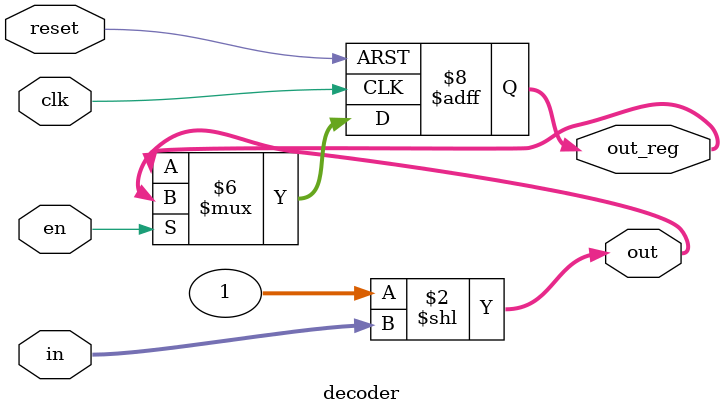
<source format=sv>
`timescale 1ns / 1ps


module decoder #(parameter INPUT =5 , parameter OUT = 32)(
    input clk,
    input en,
    input reset,
    input [INPUT -1:0] in,
    output logic [OUT-1: 0] out,
    output logic [OUT -1 :0] out_reg =0
    );
    
    
    always_comb 
    begin
         out <= 1<< in;               //out <= 32'h0x00000001 << in;    
    end
    
    always_ff @(posedge clk or negedge reset )
    begin
        if (reset ==0)
            out_reg <=0;
        else 
            if (en)
            out_reg <= out; //32'h0x00000001 << in;
    end
    
endmodule

</source>
